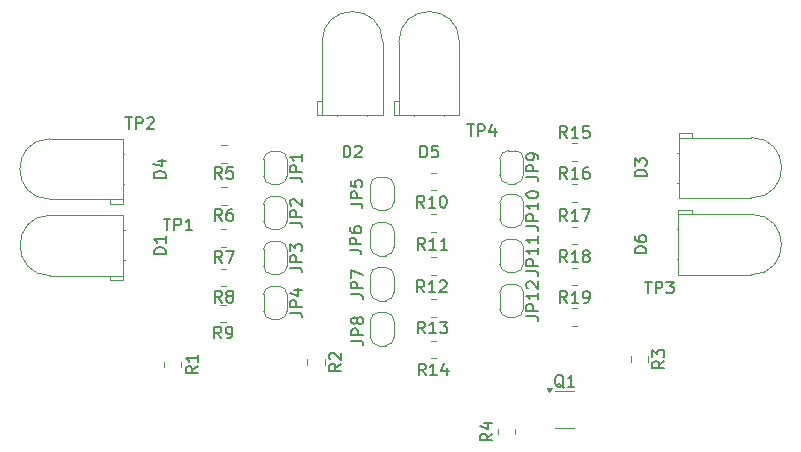
<source format=gbr>
%TF.GenerationSoftware,KiCad,Pcbnew,8.0.0*%
%TF.CreationDate,2024-03-23T10:43:56+02:00*%
%TF.ProjectId,Sensing systemV3,53656e73-696e-4672-9073-797374656d56,rev?*%
%TF.SameCoordinates,Original*%
%TF.FileFunction,Legend,Top*%
%TF.FilePolarity,Positive*%
%FSLAX46Y46*%
G04 Gerber Fmt 4.6, Leading zero omitted, Abs format (unit mm)*
G04 Created by KiCad (PCBNEW 8.0.0) date 2024-03-23 10:43:56*
%MOMM*%
%LPD*%
G01*
G04 APERTURE LIST*
%ADD10C,0.150000*%
%ADD11C,0.120000*%
G04 APERTURE END LIST*
D10*
X63693922Y-78981419D02*
X64265350Y-78981419D01*
X63979636Y-79981419D02*
X63979636Y-78981419D01*
X64598684Y-79981419D02*
X64598684Y-78981419D01*
X64598684Y-78981419D02*
X64979636Y-78981419D01*
X64979636Y-78981419D02*
X65074874Y-79029038D01*
X65074874Y-79029038D02*
X65122493Y-79076657D01*
X65122493Y-79076657D02*
X65170112Y-79171895D01*
X65170112Y-79171895D02*
X65170112Y-79314752D01*
X65170112Y-79314752D02*
X65122493Y-79409990D01*
X65122493Y-79409990D02*
X65074874Y-79457609D01*
X65074874Y-79457609D02*
X64979636Y-79505228D01*
X64979636Y-79505228D02*
X64598684Y-79505228D01*
X66122493Y-79981419D02*
X65551065Y-79981419D01*
X65836779Y-79981419D02*
X65836779Y-78981419D01*
X65836779Y-78981419D02*
X65741541Y-79124276D01*
X65741541Y-79124276D02*
X65646303Y-79219514D01*
X65646303Y-79219514D02*
X65551065Y-79267133D01*
X89398722Y-71005819D02*
X89970150Y-71005819D01*
X89684436Y-72005819D02*
X89684436Y-71005819D01*
X90303484Y-72005819D02*
X90303484Y-71005819D01*
X90303484Y-71005819D02*
X90684436Y-71005819D01*
X90684436Y-71005819D02*
X90779674Y-71053438D01*
X90779674Y-71053438D02*
X90827293Y-71101057D01*
X90827293Y-71101057D02*
X90874912Y-71196295D01*
X90874912Y-71196295D02*
X90874912Y-71339152D01*
X90874912Y-71339152D02*
X90827293Y-71434390D01*
X90827293Y-71434390D02*
X90779674Y-71482009D01*
X90779674Y-71482009D02*
X90684436Y-71529628D01*
X90684436Y-71529628D02*
X90303484Y-71529628D01*
X91732055Y-71339152D02*
X91732055Y-72005819D01*
X91493960Y-70958200D02*
X91255865Y-71672485D01*
X91255865Y-71672485D02*
X91874912Y-71672485D01*
X104435522Y-84315419D02*
X105006950Y-84315419D01*
X104721236Y-85315419D02*
X104721236Y-84315419D01*
X105340284Y-85315419D02*
X105340284Y-84315419D01*
X105340284Y-84315419D02*
X105721236Y-84315419D01*
X105721236Y-84315419D02*
X105816474Y-84363038D01*
X105816474Y-84363038D02*
X105864093Y-84410657D01*
X105864093Y-84410657D02*
X105911712Y-84505895D01*
X105911712Y-84505895D02*
X105911712Y-84648752D01*
X105911712Y-84648752D02*
X105864093Y-84743990D01*
X105864093Y-84743990D02*
X105816474Y-84791609D01*
X105816474Y-84791609D02*
X105721236Y-84839228D01*
X105721236Y-84839228D02*
X105340284Y-84839228D01*
X106245046Y-84315419D02*
X106864093Y-84315419D01*
X106864093Y-84315419D02*
X106530760Y-84696371D01*
X106530760Y-84696371D02*
X106673617Y-84696371D01*
X106673617Y-84696371D02*
X106768855Y-84743990D01*
X106768855Y-84743990D02*
X106816474Y-84791609D01*
X106816474Y-84791609D02*
X106864093Y-84886847D01*
X106864093Y-84886847D02*
X106864093Y-85124942D01*
X106864093Y-85124942D02*
X106816474Y-85220180D01*
X106816474Y-85220180D02*
X106768855Y-85267800D01*
X106768855Y-85267800D02*
X106673617Y-85315419D01*
X106673617Y-85315419D02*
X106387903Y-85315419D01*
X106387903Y-85315419D02*
X106292665Y-85267800D01*
X106292665Y-85267800D02*
X106245046Y-85220180D01*
X60442722Y-70396219D02*
X61014150Y-70396219D01*
X60728436Y-71396219D02*
X60728436Y-70396219D01*
X61347484Y-71396219D02*
X61347484Y-70396219D01*
X61347484Y-70396219D02*
X61728436Y-70396219D01*
X61728436Y-70396219D02*
X61823674Y-70443838D01*
X61823674Y-70443838D02*
X61871293Y-70491457D01*
X61871293Y-70491457D02*
X61918912Y-70586695D01*
X61918912Y-70586695D02*
X61918912Y-70729552D01*
X61918912Y-70729552D02*
X61871293Y-70824790D01*
X61871293Y-70824790D02*
X61823674Y-70872409D01*
X61823674Y-70872409D02*
X61728436Y-70920028D01*
X61728436Y-70920028D02*
X61347484Y-70920028D01*
X62299865Y-70491457D02*
X62347484Y-70443838D01*
X62347484Y-70443838D02*
X62442722Y-70396219D01*
X62442722Y-70396219D02*
X62680817Y-70396219D01*
X62680817Y-70396219D02*
X62776055Y-70443838D01*
X62776055Y-70443838D02*
X62823674Y-70491457D01*
X62823674Y-70491457D02*
X62871293Y-70586695D01*
X62871293Y-70586695D02*
X62871293Y-70681933D01*
X62871293Y-70681933D02*
X62823674Y-70824790D01*
X62823674Y-70824790D02*
X62252246Y-71396219D01*
X62252246Y-71396219D02*
X62871293Y-71396219D01*
X68615833Y-86084819D02*
X68282500Y-85608628D01*
X68044405Y-86084819D02*
X68044405Y-85084819D01*
X68044405Y-85084819D02*
X68425357Y-85084819D01*
X68425357Y-85084819D02*
X68520595Y-85132438D01*
X68520595Y-85132438D02*
X68568214Y-85180057D01*
X68568214Y-85180057D02*
X68615833Y-85275295D01*
X68615833Y-85275295D02*
X68615833Y-85418152D01*
X68615833Y-85418152D02*
X68568214Y-85513390D01*
X68568214Y-85513390D02*
X68520595Y-85561009D01*
X68520595Y-85561009D02*
X68425357Y-85608628D01*
X68425357Y-85608628D02*
X68044405Y-85608628D01*
X69187262Y-85513390D02*
X69092024Y-85465771D01*
X69092024Y-85465771D02*
X69044405Y-85418152D01*
X69044405Y-85418152D02*
X68996786Y-85322914D01*
X68996786Y-85322914D02*
X68996786Y-85275295D01*
X68996786Y-85275295D02*
X69044405Y-85180057D01*
X69044405Y-85180057D02*
X69092024Y-85132438D01*
X69092024Y-85132438D02*
X69187262Y-85084819D01*
X69187262Y-85084819D02*
X69377738Y-85084819D01*
X69377738Y-85084819D02*
X69472976Y-85132438D01*
X69472976Y-85132438D02*
X69520595Y-85180057D01*
X69520595Y-85180057D02*
X69568214Y-85275295D01*
X69568214Y-85275295D02*
X69568214Y-85322914D01*
X69568214Y-85322914D02*
X69520595Y-85418152D01*
X69520595Y-85418152D02*
X69472976Y-85465771D01*
X69472976Y-85465771D02*
X69377738Y-85513390D01*
X69377738Y-85513390D02*
X69187262Y-85513390D01*
X69187262Y-85513390D02*
X69092024Y-85561009D01*
X69092024Y-85561009D02*
X69044405Y-85608628D01*
X69044405Y-85608628D02*
X68996786Y-85703866D01*
X68996786Y-85703866D02*
X68996786Y-85894342D01*
X68996786Y-85894342D02*
X69044405Y-85989580D01*
X69044405Y-85989580D02*
X69092024Y-86037200D01*
X69092024Y-86037200D02*
X69187262Y-86084819D01*
X69187262Y-86084819D02*
X69377738Y-86084819D01*
X69377738Y-86084819D02*
X69472976Y-86037200D01*
X69472976Y-86037200D02*
X69520595Y-85989580D01*
X69520595Y-85989580D02*
X69568214Y-85894342D01*
X69568214Y-85894342D02*
X69568214Y-85703866D01*
X69568214Y-85703866D02*
X69520595Y-85608628D01*
X69520595Y-85608628D02*
X69472976Y-85561009D01*
X69472976Y-85561009D02*
X69377738Y-85513390D01*
X78704819Y-91279166D02*
X78228628Y-91612499D01*
X78704819Y-91850594D02*
X77704819Y-91850594D01*
X77704819Y-91850594D02*
X77704819Y-91469642D01*
X77704819Y-91469642D02*
X77752438Y-91374404D01*
X77752438Y-91374404D02*
X77800057Y-91326785D01*
X77800057Y-91326785D02*
X77895295Y-91279166D01*
X77895295Y-91279166D02*
X78038152Y-91279166D01*
X78038152Y-91279166D02*
X78133390Y-91326785D01*
X78133390Y-91326785D02*
X78181009Y-91374404D01*
X78181009Y-91374404D02*
X78228628Y-91469642D01*
X78228628Y-91469642D02*
X78228628Y-91850594D01*
X77800057Y-90898213D02*
X77752438Y-90850594D01*
X77752438Y-90850594D02*
X77704819Y-90755356D01*
X77704819Y-90755356D02*
X77704819Y-90517261D01*
X77704819Y-90517261D02*
X77752438Y-90422023D01*
X77752438Y-90422023D02*
X77800057Y-90374404D01*
X77800057Y-90374404D02*
X77895295Y-90326785D01*
X77895295Y-90326785D02*
X77990533Y-90326785D01*
X77990533Y-90326785D02*
X78133390Y-90374404D01*
X78133390Y-90374404D02*
X78704819Y-90945832D01*
X78704819Y-90945832D02*
X78704819Y-90326785D01*
X74406819Y-86933333D02*
X75121104Y-86933333D01*
X75121104Y-86933333D02*
X75263961Y-86980952D01*
X75263961Y-86980952D02*
X75359200Y-87076190D01*
X75359200Y-87076190D02*
X75406819Y-87219047D01*
X75406819Y-87219047D02*
X75406819Y-87314285D01*
X75406819Y-86457142D02*
X74406819Y-86457142D01*
X74406819Y-86457142D02*
X74406819Y-86076190D01*
X74406819Y-86076190D02*
X74454438Y-85980952D01*
X74454438Y-85980952D02*
X74502057Y-85933333D01*
X74502057Y-85933333D02*
X74597295Y-85885714D01*
X74597295Y-85885714D02*
X74740152Y-85885714D01*
X74740152Y-85885714D02*
X74835390Y-85933333D01*
X74835390Y-85933333D02*
X74883009Y-85980952D01*
X74883009Y-85980952D02*
X74930628Y-86076190D01*
X74930628Y-86076190D02*
X74930628Y-86457142D01*
X74740152Y-85028571D02*
X75406819Y-85028571D01*
X74359200Y-85266666D02*
X75073485Y-85504761D01*
X75073485Y-85504761D02*
X75073485Y-84885714D01*
X74406819Y-75503333D02*
X75121104Y-75503333D01*
X75121104Y-75503333D02*
X75263961Y-75550952D01*
X75263961Y-75550952D02*
X75359200Y-75646190D01*
X75359200Y-75646190D02*
X75406819Y-75789047D01*
X75406819Y-75789047D02*
X75406819Y-75884285D01*
X75406819Y-75027142D02*
X74406819Y-75027142D01*
X74406819Y-75027142D02*
X74406819Y-74646190D01*
X74406819Y-74646190D02*
X74454438Y-74550952D01*
X74454438Y-74550952D02*
X74502057Y-74503333D01*
X74502057Y-74503333D02*
X74597295Y-74455714D01*
X74597295Y-74455714D02*
X74740152Y-74455714D01*
X74740152Y-74455714D02*
X74835390Y-74503333D01*
X74835390Y-74503333D02*
X74883009Y-74550952D01*
X74883009Y-74550952D02*
X74930628Y-74646190D01*
X74930628Y-74646190D02*
X74930628Y-75027142D01*
X75406819Y-73503333D02*
X75406819Y-74074761D01*
X75406819Y-73789047D02*
X74406819Y-73789047D01*
X74406819Y-73789047D02*
X74549676Y-73884285D01*
X74549676Y-73884285D02*
X74644914Y-73979523D01*
X74644914Y-73979523D02*
X74692533Y-74074761D01*
X97844042Y-75608019D02*
X97510709Y-75131828D01*
X97272614Y-75608019D02*
X97272614Y-74608019D01*
X97272614Y-74608019D02*
X97653566Y-74608019D01*
X97653566Y-74608019D02*
X97748804Y-74655638D01*
X97748804Y-74655638D02*
X97796423Y-74703257D01*
X97796423Y-74703257D02*
X97844042Y-74798495D01*
X97844042Y-74798495D02*
X97844042Y-74941352D01*
X97844042Y-74941352D02*
X97796423Y-75036590D01*
X97796423Y-75036590D02*
X97748804Y-75084209D01*
X97748804Y-75084209D02*
X97653566Y-75131828D01*
X97653566Y-75131828D02*
X97272614Y-75131828D01*
X98796423Y-75608019D02*
X98224995Y-75608019D01*
X98510709Y-75608019D02*
X98510709Y-74608019D01*
X98510709Y-74608019D02*
X98415471Y-74750876D01*
X98415471Y-74750876D02*
X98320233Y-74846114D01*
X98320233Y-74846114D02*
X98224995Y-74893733D01*
X99653566Y-74608019D02*
X99463090Y-74608019D01*
X99463090Y-74608019D02*
X99367852Y-74655638D01*
X99367852Y-74655638D02*
X99320233Y-74703257D01*
X99320233Y-74703257D02*
X99224995Y-74846114D01*
X99224995Y-74846114D02*
X99177376Y-75036590D01*
X99177376Y-75036590D02*
X99177376Y-75417542D01*
X99177376Y-75417542D02*
X99224995Y-75512780D01*
X99224995Y-75512780D02*
X99272614Y-75560400D01*
X99272614Y-75560400D02*
X99367852Y-75608019D01*
X99367852Y-75608019D02*
X99558328Y-75608019D01*
X99558328Y-75608019D02*
X99653566Y-75560400D01*
X99653566Y-75560400D02*
X99701185Y-75512780D01*
X99701185Y-75512780D02*
X99748804Y-75417542D01*
X99748804Y-75417542D02*
X99748804Y-75179447D01*
X99748804Y-75179447D02*
X99701185Y-75084209D01*
X99701185Y-75084209D02*
X99653566Y-75036590D01*
X99653566Y-75036590D02*
X99558328Y-74988971D01*
X99558328Y-74988971D02*
X99367852Y-74988971D01*
X99367852Y-74988971D02*
X99272614Y-75036590D01*
X99272614Y-75036590D02*
X99224995Y-75084209D01*
X99224995Y-75084209D02*
X99177376Y-75179447D01*
X85869542Y-92250419D02*
X85536209Y-91774228D01*
X85298114Y-92250419D02*
X85298114Y-91250419D01*
X85298114Y-91250419D02*
X85679066Y-91250419D01*
X85679066Y-91250419D02*
X85774304Y-91298038D01*
X85774304Y-91298038D02*
X85821923Y-91345657D01*
X85821923Y-91345657D02*
X85869542Y-91440895D01*
X85869542Y-91440895D02*
X85869542Y-91583752D01*
X85869542Y-91583752D02*
X85821923Y-91678990D01*
X85821923Y-91678990D02*
X85774304Y-91726609D01*
X85774304Y-91726609D02*
X85679066Y-91774228D01*
X85679066Y-91774228D02*
X85298114Y-91774228D01*
X86821923Y-92250419D02*
X86250495Y-92250419D01*
X86536209Y-92250419D02*
X86536209Y-91250419D01*
X86536209Y-91250419D02*
X86440971Y-91393276D01*
X86440971Y-91393276D02*
X86345733Y-91488514D01*
X86345733Y-91488514D02*
X86250495Y-91536133D01*
X87679066Y-91583752D02*
X87679066Y-92250419D01*
X87440971Y-91202800D02*
X87202876Y-91917085D01*
X87202876Y-91917085D02*
X87821923Y-91917085D01*
X94407719Y-87242723D02*
X95122004Y-87242723D01*
X95122004Y-87242723D02*
X95264861Y-87290342D01*
X95264861Y-87290342D02*
X95360100Y-87385580D01*
X95360100Y-87385580D02*
X95407719Y-87528437D01*
X95407719Y-87528437D02*
X95407719Y-87623675D01*
X95407719Y-86766532D02*
X94407719Y-86766532D01*
X94407719Y-86766532D02*
X94407719Y-86385580D01*
X94407719Y-86385580D02*
X94455338Y-86290342D01*
X94455338Y-86290342D02*
X94502957Y-86242723D01*
X94502957Y-86242723D02*
X94598195Y-86195104D01*
X94598195Y-86195104D02*
X94741052Y-86195104D01*
X94741052Y-86195104D02*
X94836290Y-86242723D01*
X94836290Y-86242723D02*
X94883909Y-86290342D01*
X94883909Y-86290342D02*
X94931528Y-86385580D01*
X94931528Y-86385580D02*
X94931528Y-86766532D01*
X95407719Y-85242723D02*
X95407719Y-85814151D01*
X95407719Y-85528437D02*
X94407719Y-85528437D01*
X94407719Y-85528437D02*
X94550576Y-85623675D01*
X94550576Y-85623675D02*
X94645814Y-85718913D01*
X94645814Y-85718913D02*
X94693433Y-85814151D01*
X94502957Y-84861770D02*
X94455338Y-84814151D01*
X94455338Y-84814151D02*
X94407719Y-84718913D01*
X94407719Y-84718913D02*
X94407719Y-84480818D01*
X94407719Y-84480818D02*
X94455338Y-84385580D01*
X94455338Y-84385580D02*
X94502957Y-84337961D01*
X94502957Y-84337961D02*
X94598195Y-84290342D01*
X94598195Y-84290342D02*
X94693433Y-84290342D01*
X94693433Y-84290342D02*
X94836290Y-84337961D01*
X94836290Y-84337961D02*
X95407719Y-84909389D01*
X95407719Y-84909389D02*
X95407719Y-84290342D01*
X106076219Y-91035966D02*
X105600028Y-91369299D01*
X106076219Y-91607394D02*
X105076219Y-91607394D01*
X105076219Y-91607394D02*
X105076219Y-91226442D01*
X105076219Y-91226442D02*
X105123838Y-91131204D01*
X105123838Y-91131204D02*
X105171457Y-91083585D01*
X105171457Y-91083585D02*
X105266695Y-91035966D01*
X105266695Y-91035966D02*
X105409552Y-91035966D01*
X105409552Y-91035966D02*
X105504790Y-91083585D01*
X105504790Y-91083585D02*
X105552409Y-91131204D01*
X105552409Y-91131204D02*
X105600028Y-91226442D01*
X105600028Y-91226442D02*
X105600028Y-91607394D01*
X105076219Y-90702632D02*
X105076219Y-90083585D01*
X105076219Y-90083585D02*
X105457171Y-90416918D01*
X105457171Y-90416918D02*
X105457171Y-90274061D01*
X105457171Y-90274061D02*
X105504790Y-90178823D01*
X105504790Y-90178823D02*
X105552409Y-90131204D01*
X105552409Y-90131204D02*
X105647647Y-90083585D01*
X105647647Y-90083585D02*
X105885742Y-90083585D01*
X105885742Y-90083585D02*
X105980980Y-90131204D01*
X105980980Y-90131204D02*
X106028600Y-90178823D01*
X106028600Y-90178823D02*
X106076219Y-90274061D01*
X106076219Y-90274061D02*
X106076219Y-90559775D01*
X106076219Y-90559775D02*
X106028600Y-90655013D01*
X106028600Y-90655013D02*
X105980980Y-90702632D01*
X74406819Y-79313333D02*
X75121104Y-79313333D01*
X75121104Y-79313333D02*
X75263961Y-79360952D01*
X75263961Y-79360952D02*
X75359200Y-79456190D01*
X75359200Y-79456190D02*
X75406819Y-79599047D01*
X75406819Y-79599047D02*
X75406819Y-79694285D01*
X75406819Y-78837142D02*
X74406819Y-78837142D01*
X74406819Y-78837142D02*
X74406819Y-78456190D01*
X74406819Y-78456190D02*
X74454438Y-78360952D01*
X74454438Y-78360952D02*
X74502057Y-78313333D01*
X74502057Y-78313333D02*
X74597295Y-78265714D01*
X74597295Y-78265714D02*
X74740152Y-78265714D01*
X74740152Y-78265714D02*
X74835390Y-78313333D01*
X74835390Y-78313333D02*
X74883009Y-78360952D01*
X74883009Y-78360952D02*
X74930628Y-78456190D01*
X74930628Y-78456190D02*
X74930628Y-78837142D01*
X74502057Y-77884761D02*
X74454438Y-77837142D01*
X74454438Y-77837142D02*
X74406819Y-77741904D01*
X74406819Y-77741904D02*
X74406819Y-77503809D01*
X74406819Y-77503809D02*
X74454438Y-77408571D01*
X74454438Y-77408571D02*
X74502057Y-77360952D01*
X74502057Y-77360952D02*
X74597295Y-77313333D01*
X74597295Y-77313333D02*
X74692533Y-77313333D01*
X74692533Y-77313333D02*
X74835390Y-77360952D01*
X74835390Y-77360952D02*
X75406819Y-77932380D01*
X75406819Y-77932380D02*
X75406819Y-77313333D01*
X66569019Y-91477766D02*
X66092828Y-91811099D01*
X66569019Y-92049194D02*
X65569019Y-92049194D01*
X65569019Y-92049194D02*
X65569019Y-91668242D01*
X65569019Y-91668242D02*
X65616638Y-91573004D01*
X65616638Y-91573004D02*
X65664257Y-91525385D01*
X65664257Y-91525385D02*
X65759495Y-91477766D01*
X65759495Y-91477766D02*
X65902352Y-91477766D01*
X65902352Y-91477766D02*
X65997590Y-91525385D01*
X65997590Y-91525385D02*
X66045209Y-91573004D01*
X66045209Y-91573004D02*
X66092828Y-91668242D01*
X66092828Y-91668242D02*
X66092828Y-92049194D01*
X66569019Y-90525385D02*
X66569019Y-91096813D01*
X66569019Y-90811099D02*
X65569019Y-90811099D01*
X65569019Y-90811099D02*
X65711876Y-90906337D01*
X65711876Y-90906337D02*
X65807114Y-91001575D01*
X65807114Y-91001575D02*
X65854733Y-91096813D01*
X78926905Y-73788819D02*
X78926905Y-72788819D01*
X78926905Y-72788819D02*
X79165000Y-72788819D01*
X79165000Y-72788819D02*
X79307857Y-72836438D01*
X79307857Y-72836438D02*
X79403095Y-72931676D01*
X79403095Y-72931676D02*
X79450714Y-73026914D01*
X79450714Y-73026914D02*
X79498333Y-73217390D01*
X79498333Y-73217390D02*
X79498333Y-73360247D01*
X79498333Y-73360247D02*
X79450714Y-73550723D01*
X79450714Y-73550723D02*
X79403095Y-73645961D01*
X79403095Y-73645961D02*
X79307857Y-73741200D01*
X79307857Y-73741200D02*
X79165000Y-73788819D01*
X79165000Y-73788819D02*
X78926905Y-73788819D01*
X79879286Y-72884057D02*
X79926905Y-72836438D01*
X79926905Y-72836438D02*
X80022143Y-72788819D01*
X80022143Y-72788819D02*
X80260238Y-72788819D01*
X80260238Y-72788819D02*
X80355476Y-72836438D01*
X80355476Y-72836438D02*
X80403095Y-72884057D01*
X80403095Y-72884057D02*
X80450714Y-72979295D01*
X80450714Y-72979295D02*
X80450714Y-73074533D01*
X80450714Y-73074533D02*
X80403095Y-73217390D01*
X80403095Y-73217390D02*
X79831667Y-73788819D01*
X79831667Y-73788819D02*
X80450714Y-73788819D01*
X74406819Y-83123333D02*
X75121104Y-83123333D01*
X75121104Y-83123333D02*
X75263961Y-83170952D01*
X75263961Y-83170952D02*
X75359200Y-83266190D01*
X75359200Y-83266190D02*
X75406819Y-83409047D01*
X75406819Y-83409047D02*
X75406819Y-83504285D01*
X75406819Y-82647142D02*
X74406819Y-82647142D01*
X74406819Y-82647142D02*
X74406819Y-82266190D01*
X74406819Y-82266190D02*
X74454438Y-82170952D01*
X74454438Y-82170952D02*
X74502057Y-82123333D01*
X74502057Y-82123333D02*
X74597295Y-82075714D01*
X74597295Y-82075714D02*
X74740152Y-82075714D01*
X74740152Y-82075714D02*
X74835390Y-82123333D01*
X74835390Y-82123333D02*
X74883009Y-82170952D01*
X74883009Y-82170952D02*
X74930628Y-82266190D01*
X74930628Y-82266190D02*
X74930628Y-82647142D01*
X74406819Y-81742380D02*
X74406819Y-81123333D01*
X74406819Y-81123333D02*
X74787771Y-81456666D01*
X74787771Y-81456666D02*
X74787771Y-81313809D01*
X74787771Y-81313809D02*
X74835390Y-81218571D01*
X74835390Y-81218571D02*
X74883009Y-81170952D01*
X74883009Y-81170952D02*
X74978247Y-81123333D01*
X74978247Y-81123333D02*
X75216342Y-81123333D01*
X75216342Y-81123333D02*
X75311580Y-81170952D01*
X75311580Y-81170952D02*
X75359200Y-81218571D01*
X75359200Y-81218571D02*
X75406819Y-81313809D01*
X75406819Y-81313809D02*
X75406819Y-81599523D01*
X75406819Y-81599523D02*
X75359200Y-81694761D01*
X75359200Y-81694761D02*
X75311580Y-81742380D01*
X94407719Y-79622723D02*
X95122004Y-79622723D01*
X95122004Y-79622723D02*
X95264861Y-79670342D01*
X95264861Y-79670342D02*
X95360100Y-79765580D01*
X95360100Y-79765580D02*
X95407719Y-79908437D01*
X95407719Y-79908437D02*
X95407719Y-80003675D01*
X95407719Y-79146532D02*
X94407719Y-79146532D01*
X94407719Y-79146532D02*
X94407719Y-78765580D01*
X94407719Y-78765580D02*
X94455338Y-78670342D01*
X94455338Y-78670342D02*
X94502957Y-78622723D01*
X94502957Y-78622723D02*
X94598195Y-78575104D01*
X94598195Y-78575104D02*
X94741052Y-78575104D01*
X94741052Y-78575104D02*
X94836290Y-78622723D01*
X94836290Y-78622723D02*
X94883909Y-78670342D01*
X94883909Y-78670342D02*
X94931528Y-78765580D01*
X94931528Y-78765580D02*
X94931528Y-79146532D01*
X95407719Y-77622723D02*
X95407719Y-78194151D01*
X95407719Y-77908437D02*
X94407719Y-77908437D01*
X94407719Y-77908437D02*
X94550576Y-78003675D01*
X94550576Y-78003675D02*
X94645814Y-78098913D01*
X94645814Y-78098913D02*
X94693433Y-78194151D01*
X94407719Y-77003675D02*
X94407719Y-76908437D01*
X94407719Y-76908437D02*
X94455338Y-76813199D01*
X94455338Y-76813199D02*
X94502957Y-76765580D01*
X94502957Y-76765580D02*
X94598195Y-76717961D01*
X94598195Y-76717961D02*
X94788671Y-76670342D01*
X94788671Y-76670342D02*
X95026766Y-76670342D01*
X95026766Y-76670342D02*
X95217242Y-76717961D01*
X95217242Y-76717961D02*
X95312480Y-76765580D01*
X95312480Y-76765580D02*
X95360100Y-76813199D01*
X95360100Y-76813199D02*
X95407719Y-76908437D01*
X95407719Y-76908437D02*
X95407719Y-77003675D01*
X95407719Y-77003675D02*
X95360100Y-77098913D01*
X95360100Y-77098913D02*
X95312480Y-77146532D01*
X95312480Y-77146532D02*
X95217242Y-77194151D01*
X95217242Y-77194151D02*
X95026766Y-77241770D01*
X95026766Y-77241770D02*
X94788671Y-77241770D01*
X94788671Y-77241770D02*
X94598195Y-77194151D01*
X94598195Y-77194151D02*
X94502957Y-77146532D01*
X94502957Y-77146532D02*
X94455338Y-77098913D01*
X94455338Y-77098913D02*
X94407719Y-77003675D01*
X85431905Y-73793419D02*
X85431905Y-72793419D01*
X85431905Y-72793419D02*
X85670000Y-72793419D01*
X85670000Y-72793419D02*
X85812857Y-72841038D01*
X85812857Y-72841038D02*
X85908095Y-72936276D01*
X85908095Y-72936276D02*
X85955714Y-73031514D01*
X85955714Y-73031514D02*
X86003333Y-73221990D01*
X86003333Y-73221990D02*
X86003333Y-73364847D01*
X86003333Y-73364847D02*
X85955714Y-73555323D01*
X85955714Y-73555323D02*
X85908095Y-73650561D01*
X85908095Y-73650561D02*
X85812857Y-73745800D01*
X85812857Y-73745800D02*
X85670000Y-73793419D01*
X85670000Y-73793419D02*
X85431905Y-73793419D01*
X86908095Y-72793419D02*
X86431905Y-72793419D01*
X86431905Y-72793419D02*
X86384286Y-73269609D01*
X86384286Y-73269609D02*
X86431905Y-73221990D01*
X86431905Y-73221990D02*
X86527143Y-73174371D01*
X86527143Y-73174371D02*
X86765238Y-73174371D01*
X86765238Y-73174371D02*
X86860476Y-73221990D01*
X86860476Y-73221990D02*
X86908095Y-73269609D01*
X86908095Y-73269609D02*
X86955714Y-73364847D01*
X86955714Y-73364847D02*
X86955714Y-73602942D01*
X86955714Y-73602942D02*
X86908095Y-73698180D01*
X86908095Y-73698180D02*
X86860476Y-73745800D01*
X86860476Y-73745800D02*
X86765238Y-73793419D01*
X86765238Y-73793419D02*
X86527143Y-73793419D01*
X86527143Y-73793419D02*
X86431905Y-73745800D01*
X86431905Y-73745800D02*
X86384286Y-73698180D01*
X104565219Y-81906494D02*
X103565219Y-81906494D01*
X103565219Y-81906494D02*
X103565219Y-81668399D01*
X103565219Y-81668399D02*
X103612838Y-81525542D01*
X103612838Y-81525542D02*
X103708076Y-81430304D01*
X103708076Y-81430304D02*
X103803314Y-81382685D01*
X103803314Y-81382685D02*
X103993790Y-81335066D01*
X103993790Y-81335066D02*
X104136647Y-81335066D01*
X104136647Y-81335066D02*
X104327123Y-81382685D01*
X104327123Y-81382685D02*
X104422361Y-81430304D01*
X104422361Y-81430304D02*
X104517600Y-81525542D01*
X104517600Y-81525542D02*
X104565219Y-81668399D01*
X104565219Y-81668399D02*
X104565219Y-81906494D01*
X103565219Y-80477923D02*
X103565219Y-80668399D01*
X103565219Y-80668399D02*
X103612838Y-80763637D01*
X103612838Y-80763637D02*
X103660457Y-80811256D01*
X103660457Y-80811256D02*
X103803314Y-80906494D01*
X103803314Y-80906494D02*
X103993790Y-80954113D01*
X103993790Y-80954113D02*
X104374742Y-80954113D01*
X104374742Y-80954113D02*
X104469980Y-80906494D01*
X104469980Y-80906494D02*
X104517600Y-80858875D01*
X104517600Y-80858875D02*
X104565219Y-80763637D01*
X104565219Y-80763637D02*
X104565219Y-80573161D01*
X104565219Y-80573161D02*
X104517600Y-80477923D01*
X104517600Y-80477923D02*
X104469980Y-80430304D01*
X104469980Y-80430304D02*
X104374742Y-80382685D01*
X104374742Y-80382685D02*
X104136647Y-80382685D01*
X104136647Y-80382685D02*
X104041409Y-80430304D01*
X104041409Y-80430304D02*
X103993790Y-80477923D01*
X103993790Y-80477923D02*
X103946171Y-80573161D01*
X103946171Y-80573161D02*
X103946171Y-80763637D01*
X103946171Y-80763637D02*
X103993790Y-80858875D01*
X103993790Y-80858875D02*
X104041409Y-80906494D01*
X104041409Y-80906494D02*
X104136647Y-80954113D01*
X85818742Y-88694419D02*
X85485409Y-88218228D01*
X85247314Y-88694419D02*
X85247314Y-87694419D01*
X85247314Y-87694419D02*
X85628266Y-87694419D01*
X85628266Y-87694419D02*
X85723504Y-87742038D01*
X85723504Y-87742038D02*
X85771123Y-87789657D01*
X85771123Y-87789657D02*
X85818742Y-87884895D01*
X85818742Y-87884895D02*
X85818742Y-88027752D01*
X85818742Y-88027752D02*
X85771123Y-88122990D01*
X85771123Y-88122990D02*
X85723504Y-88170609D01*
X85723504Y-88170609D02*
X85628266Y-88218228D01*
X85628266Y-88218228D02*
X85247314Y-88218228D01*
X86771123Y-88694419D02*
X86199695Y-88694419D01*
X86485409Y-88694419D02*
X86485409Y-87694419D01*
X86485409Y-87694419D02*
X86390171Y-87837276D01*
X86390171Y-87837276D02*
X86294933Y-87932514D01*
X86294933Y-87932514D02*
X86199695Y-87980133D01*
X87104457Y-87694419D02*
X87723504Y-87694419D01*
X87723504Y-87694419D02*
X87390171Y-88075371D01*
X87390171Y-88075371D02*
X87533028Y-88075371D01*
X87533028Y-88075371D02*
X87628266Y-88122990D01*
X87628266Y-88122990D02*
X87675885Y-88170609D01*
X87675885Y-88170609D02*
X87723504Y-88265847D01*
X87723504Y-88265847D02*
X87723504Y-88503942D01*
X87723504Y-88503942D02*
X87675885Y-88599180D01*
X87675885Y-88599180D02*
X87628266Y-88646800D01*
X87628266Y-88646800D02*
X87533028Y-88694419D01*
X87533028Y-88694419D02*
X87247314Y-88694419D01*
X87247314Y-88694419D02*
X87152076Y-88646800D01*
X87152076Y-88646800D02*
X87104457Y-88599180D01*
X97844042Y-79204019D02*
X97510709Y-78727828D01*
X97272614Y-79204019D02*
X97272614Y-78204019D01*
X97272614Y-78204019D02*
X97653566Y-78204019D01*
X97653566Y-78204019D02*
X97748804Y-78251638D01*
X97748804Y-78251638D02*
X97796423Y-78299257D01*
X97796423Y-78299257D02*
X97844042Y-78394495D01*
X97844042Y-78394495D02*
X97844042Y-78537352D01*
X97844042Y-78537352D02*
X97796423Y-78632590D01*
X97796423Y-78632590D02*
X97748804Y-78680209D01*
X97748804Y-78680209D02*
X97653566Y-78727828D01*
X97653566Y-78727828D02*
X97272614Y-78727828D01*
X98796423Y-79204019D02*
X98224995Y-79204019D01*
X98510709Y-79204019D02*
X98510709Y-78204019D01*
X98510709Y-78204019D02*
X98415471Y-78346876D01*
X98415471Y-78346876D02*
X98320233Y-78442114D01*
X98320233Y-78442114D02*
X98224995Y-78489733D01*
X99129757Y-78204019D02*
X99796423Y-78204019D01*
X99796423Y-78204019D02*
X99367852Y-79204019D01*
X79591819Y-89326933D02*
X80306104Y-89326933D01*
X80306104Y-89326933D02*
X80448961Y-89374552D01*
X80448961Y-89374552D02*
X80544200Y-89469790D01*
X80544200Y-89469790D02*
X80591819Y-89612647D01*
X80591819Y-89612647D02*
X80591819Y-89707885D01*
X80591819Y-88850742D02*
X79591819Y-88850742D01*
X79591819Y-88850742D02*
X79591819Y-88469790D01*
X79591819Y-88469790D02*
X79639438Y-88374552D01*
X79639438Y-88374552D02*
X79687057Y-88326933D01*
X79687057Y-88326933D02*
X79782295Y-88279314D01*
X79782295Y-88279314D02*
X79925152Y-88279314D01*
X79925152Y-88279314D02*
X80020390Y-88326933D01*
X80020390Y-88326933D02*
X80068009Y-88374552D01*
X80068009Y-88374552D02*
X80115628Y-88469790D01*
X80115628Y-88469790D02*
X80115628Y-88850742D01*
X80020390Y-87707885D02*
X79972771Y-87803123D01*
X79972771Y-87803123D02*
X79925152Y-87850742D01*
X79925152Y-87850742D02*
X79829914Y-87898361D01*
X79829914Y-87898361D02*
X79782295Y-87898361D01*
X79782295Y-87898361D02*
X79687057Y-87850742D01*
X79687057Y-87850742D02*
X79639438Y-87803123D01*
X79639438Y-87803123D02*
X79591819Y-87707885D01*
X79591819Y-87707885D02*
X79591819Y-87517409D01*
X79591819Y-87517409D02*
X79639438Y-87422171D01*
X79639438Y-87422171D02*
X79687057Y-87374552D01*
X79687057Y-87374552D02*
X79782295Y-87326933D01*
X79782295Y-87326933D02*
X79829914Y-87326933D01*
X79829914Y-87326933D02*
X79925152Y-87374552D01*
X79925152Y-87374552D02*
X79972771Y-87422171D01*
X79972771Y-87422171D02*
X80020390Y-87517409D01*
X80020390Y-87517409D02*
X80020390Y-87707885D01*
X80020390Y-87707885D02*
X80068009Y-87803123D01*
X80068009Y-87803123D02*
X80115628Y-87850742D01*
X80115628Y-87850742D02*
X80210866Y-87898361D01*
X80210866Y-87898361D02*
X80401342Y-87898361D01*
X80401342Y-87898361D02*
X80496580Y-87850742D01*
X80496580Y-87850742D02*
X80544200Y-87803123D01*
X80544200Y-87803123D02*
X80591819Y-87707885D01*
X80591819Y-87707885D02*
X80591819Y-87517409D01*
X80591819Y-87517409D02*
X80544200Y-87422171D01*
X80544200Y-87422171D02*
X80496580Y-87374552D01*
X80496580Y-87374552D02*
X80401342Y-87326933D01*
X80401342Y-87326933D02*
X80210866Y-87326933D01*
X80210866Y-87326933D02*
X80115628Y-87374552D01*
X80115628Y-87374552D02*
X80068009Y-87422171D01*
X80068009Y-87422171D02*
X80020390Y-87517409D01*
X85742542Y-78051819D02*
X85409209Y-77575628D01*
X85171114Y-78051819D02*
X85171114Y-77051819D01*
X85171114Y-77051819D02*
X85552066Y-77051819D01*
X85552066Y-77051819D02*
X85647304Y-77099438D01*
X85647304Y-77099438D02*
X85694923Y-77147057D01*
X85694923Y-77147057D02*
X85742542Y-77242295D01*
X85742542Y-77242295D02*
X85742542Y-77385152D01*
X85742542Y-77385152D02*
X85694923Y-77480390D01*
X85694923Y-77480390D02*
X85647304Y-77528009D01*
X85647304Y-77528009D02*
X85552066Y-77575628D01*
X85552066Y-77575628D02*
X85171114Y-77575628D01*
X86694923Y-78051819D02*
X86123495Y-78051819D01*
X86409209Y-78051819D02*
X86409209Y-77051819D01*
X86409209Y-77051819D02*
X86313971Y-77194676D01*
X86313971Y-77194676D02*
X86218733Y-77289914D01*
X86218733Y-77289914D02*
X86123495Y-77337533D01*
X87313971Y-77051819D02*
X87409209Y-77051819D01*
X87409209Y-77051819D02*
X87504447Y-77099438D01*
X87504447Y-77099438D02*
X87552066Y-77147057D01*
X87552066Y-77147057D02*
X87599685Y-77242295D01*
X87599685Y-77242295D02*
X87647304Y-77432771D01*
X87647304Y-77432771D02*
X87647304Y-77670866D01*
X87647304Y-77670866D02*
X87599685Y-77861342D01*
X87599685Y-77861342D02*
X87552066Y-77956580D01*
X87552066Y-77956580D02*
X87504447Y-78004200D01*
X87504447Y-78004200D02*
X87409209Y-78051819D01*
X87409209Y-78051819D02*
X87313971Y-78051819D01*
X87313971Y-78051819D02*
X87218733Y-78004200D01*
X87218733Y-78004200D02*
X87171114Y-77956580D01*
X87171114Y-77956580D02*
X87123495Y-77861342D01*
X87123495Y-77861342D02*
X87075876Y-77670866D01*
X87075876Y-77670866D02*
X87075876Y-77432771D01*
X87075876Y-77432771D02*
X87123495Y-77242295D01*
X87123495Y-77242295D02*
X87171114Y-77147057D01*
X87171114Y-77147057D02*
X87218733Y-77099438D01*
X87218733Y-77099438D02*
X87313971Y-77051819D01*
X79439419Y-81630733D02*
X80153704Y-81630733D01*
X80153704Y-81630733D02*
X80296561Y-81678352D01*
X80296561Y-81678352D02*
X80391800Y-81773590D01*
X80391800Y-81773590D02*
X80439419Y-81916447D01*
X80439419Y-81916447D02*
X80439419Y-82011685D01*
X80439419Y-81154542D02*
X79439419Y-81154542D01*
X79439419Y-81154542D02*
X79439419Y-80773590D01*
X79439419Y-80773590D02*
X79487038Y-80678352D01*
X79487038Y-80678352D02*
X79534657Y-80630733D01*
X79534657Y-80630733D02*
X79629895Y-80583114D01*
X79629895Y-80583114D02*
X79772752Y-80583114D01*
X79772752Y-80583114D02*
X79867990Y-80630733D01*
X79867990Y-80630733D02*
X79915609Y-80678352D01*
X79915609Y-80678352D02*
X79963228Y-80773590D01*
X79963228Y-80773590D02*
X79963228Y-81154542D01*
X79439419Y-79725971D02*
X79439419Y-79916447D01*
X79439419Y-79916447D02*
X79487038Y-80011685D01*
X79487038Y-80011685D02*
X79534657Y-80059304D01*
X79534657Y-80059304D02*
X79677514Y-80154542D01*
X79677514Y-80154542D02*
X79867990Y-80202161D01*
X79867990Y-80202161D02*
X80248942Y-80202161D01*
X80248942Y-80202161D02*
X80344180Y-80154542D01*
X80344180Y-80154542D02*
X80391800Y-80106923D01*
X80391800Y-80106923D02*
X80439419Y-80011685D01*
X80439419Y-80011685D02*
X80439419Y-79821209D01*
X80439419Y-79821209D02*
X80391800Y-79725971D01*
X80391800Y-79725971D02*
X80344180Y-79678352D01*
X80344180Y-79678352D02*
X80248942Y-79630733D01*
X80248942Y-79630733D02*
X80010847Y-79630733D01*
X80010847Y-79630733D02*
X79915609Y-79678352D01*
X79915609Y-79678352D02*
X79867990Y-79725971D01*
X79867990Y-79725971D02*
X79820371Y-79821209D01*
X79820371Y-79821209D02*
X79820371Y-80011685D01*
X79820371Y-80011685D02*
X79867990Y-80106923D01*
X79867990Y-80106923D02*
X79915609Y-80154542D01*
X79915609Y-80154542D02*
X80010847Y-80202161D01*
X97844042Y-72150019D02*
X97510709Y-71673828D01*
X97272614Y-72150019D02*
X97272614Y-71150019D01*
X97272614Y-71150019D02*
X97653566Y-71150019D01*
X97653566Y-71150019D02*
X97748804Y-71197638D01*
X97748804Y-71197638D02*
X97796423Y-71245257D01*
X97796423Y-71245257D02*
X97844042Y-71340495D01*
X97844042Y-71340495D02*
X97844042Y-71483352D01*
X97844042Y-71483352D02*
X97796423Y-71578590D01*
X97796423Y-71578590D02*
X97748804Y-71626209D01*
X97748804Y-71626209D02*
X97653566Y-71673828D01*
X97653566Y-71673828D02*
X97272614Y-71673828D01*
X98796423Y-72150019D02*
X98224995Y-72150019D01*
X98510709Y-72150019D02*
X98510709Y-71150019D01*
X98510709Y-71150019D02*
X98415471Y-71292876D01*
X98415471Y-71292876D02*
X98320233Y-71388114D01*
X98320233Y-71388114D02*
X98224995Y-71435733D01*
X99701185Y-71150019D02*
X99224995Y-71150019D01*
X99224995Y-71150019D02*
X99177376Y-71626209D01*
X99177376Y-71626209D02*
X99224995Y-71578590D01*
X99224995Y-71578590D02*
X99320233Y-71530971D01*
X99320233Y-71530971D02*
X99558328Y-71530971D01*
X99558328Y-71530971D02*
X99653566Y-71578590D01*
X99653566Y-71578590D02*
X99701185Y-71626209D01*
X99701185Y-71626209D02*
X99748804Y-71721447D01*
X99748804Y-71721447D02*
X99748804Y-71959542D01*
X99748804Y-71959542D02*
X99701185Y-72054780D01*
X99701185Y-72054780D02*
X99653566Y-72102400D01*
X99653566Y-72102400D02*
X99558328Y-72150019D01*
X99558328Y-72150019D02*
X99320233Y-72150019D01*
X99320233Y-72150019D02*
X99224995Y-72102400D01*
X99224995Y-72102400D02*
X99177376Y-72054780D01*
X79515619Y-77719133D02*
X80229904Y-77719133D01*
X80229904Y-77719133D02*
X80372761Y-77766752D01*
X80372761Y-77766752D02*
X80468000Y-77861990D01*
X80468000Y-77861990D02*
X80515619Y-78004847D01*
X80515619Y-78004847D02*
X80515619Y-78100085D01*
X80515619Y-77242942D02*
X79515619Y-77242942D01*
X79515619Y-77242942D02*
X79515619Y-76861990D01*
X79515619Y-76861990D02*
X79563238Y-76766752D01*
X79563238Y-76766752D02*
X79610857Y-76719133D01*
X79610857Y-76719133D02*
X79706095Y-76671514D01*
X79706095Y-76671514D02*
X79848952Y-76671514D01*
X79848952Y-76671514D02*
X79944190Y-76719133D01*
X79944190Y-76719133D02*
X79991809Y-76766752D01*
X79991809Y-76766752D02*
X80039428Y-76861990D01*
X80039428Y-76861990D02*
X80039428Y-77242942D01*
X79515619Y-75766752D02*
X79515619Y-76242942D01*
X79515619Y-76242942D02*
X79991809Y-76290561D01*
X79991809Y-76290561D02*
X79944190Y-76242942D01*
X79944190Y-76242942D02*
X79896571Y-76147704D01*
X79896571Y-76147704D02*
X79896571Y-75909609D01*
X79896571Y-75909609D02*
X79944190Y-75814371D01*
X79944190Y-75814371D02*
X79991809Y-75766752D01*
X79991809Y-75766752D02*
X80087047Y-75719133D01*
X80087047Y-75719133D02*
X80325142Y-75719133D01*
X80325142Y-75719133D02*
X80420380Y-75766752D01*
X80420380Y-75766752D02*
X80468000Y-75814371D01*
X80468000Y-75814371D02*
X80515619Y-75909609D01*
X80515619Y-75909609D02*
X80515619Y-76147704D01*
X80515619Y-76147704D02*
X80468000Y-76242942D01*
X80468000Y-76242942D02*
X80420380Y-76290561D01*
X68557833Y-89124819D02*
X68224500Y-88648628D01*
X67986405Y-89124819D02*
X67986405Y-88124819D01*
X67986405Y-88124819D02*
X68367357Y-88124819D01*
X68367357Y-88124819D02*
X68462595Y-88172438D01*
X68462595Y-88172438D02*
X68510214Y-88220057D01*
X68510214Y-88220057D02*
X68557833Y-88315295D01*
X68557833Y-88315295D02*
X68557833Y-88458152D01*
X68557833Y-88458152D02*
X68510214Y-88553390D01*
X68510214Y-88553390D02*
X68462595Y-88601009D01*
X68462595Y-88601009D02*
X68367357Y-88648628D01*
X68367357Y-88648628D02*
X67986405Y-88648628D01*
X69034024Y-89124819D02*
X69224500Y-89124819D01*
X69224500Y-89124819D02*
X69319738Y-89077200D01*
X69319738Y-89077200D02*
X69367357Y-89029580D01*
X69367357Y-89029580D02*
X69462595Y-88886723D01*
X69462595Y-88886723D02*
X69510214Y-88696247D01*
X69510214Y-88696247D02*
X69510214Y-88315295D01*
X69510214Y-88315295D02*
X69462595Y-88220057D01*
X69462595Y-88220057D02*
X69414976Y-88172438D01*
X69414976Y-88172438D02*
X69319738Y-88124819D01*
X69319738Y-88124819D02*
X69129262Y-88124819D01*
X69129262Y-88124819D02*
X69034024Y-88172438D01*
X69034024Y-88172438D02*
X68986405Y-88220057D01*
X68986405Y-88220057D02*
X68938786Y-88315295D01*
X68938786Y-88315295D02*
X68938786Y-88553390D01*
X68938786Y-88553390D02*
X68986405Y-88648628D01*
X68986405Y-88648628D02*
X69034024Y-88696247D01*
X69034024Y-88696247D02*
X69129262Y-88743866D01*
X69129262Y-88743866D02*
X69319738Y-88743866D01*
X69319738Y-88743866D02*
X69414976Y-88696247D01*
X69414976Y-88696247D02*
X69462595Y-88648628D01*
X69462595Y-88648628D02*
X69510214Y-88553390D01*
X68619833Y-79160819D02*
X68286500Y-78684628D01*
X68048405Y-79160819D02*
X68048405Y-78160819D01*
X68048405Y-78160819D02*
X68429357Y-78160819D01*
X68429357Y-78160819D02*
X68524595Y-78208438D01*
X68524595Y-78208438D02*
X68572214Y-78256057D01*
X68572214Y-78256057D02*
X68619833Y-78351295D01*
X68619833Y-78351295D02*
X68619833Y-78494152D01*
X68619833Y-78494152D02*
X68572214Y-78589390D01*
X68572214Y-78589390D02*
X68524595Y-78637009D01*
X68524595Y-78637009D02*
X68429357Y-78684628D01*
X68429357Y-78684628D02*
X68048405Y-78684628D01*
X69476976Y-78160819D02*
X69286500Y-78160819D01*
X69286500Y-78160819D02*
X69191262Y-78208438D01*
X69191262Y-78208438D02*
X69143643Y-78256057D01*
X69143643Y-78256057D02*
X69048405Y-78398914D01*
X69048405Y-78398914D02*
X69000786Y-78589390D01*
X69000786Y-78589390D02*
X69000786Y-78970342D01*
X69000786Y-78970342D02*
X69048405Y-79065580D01*
X69048405Y-79065580D02*
X69096024Y-79113200D01*
X69096024Y-79113200D02*
X69191262Y-79160819D01*
X69191262Y-79160819D02*
X69381738Y-79160819D01*
X69381738Y-79160819D02*
X69476976Y-79113200D01*
X69476976Y-79113200D02*
X69524595Y-79065580D01*
X69524595Y-79065580D02*
X69572214Y-78970342D01*
X69572214Y-78970342D02*
X69572214Y-78732247D01*
X69572214Y-78732247D02*
X69524595Y-78637009D01*
X69524595Y-78637009D02*
X69476976Y-78589390D01*
X69476976Y-78589390D02*
X69381738Y-78541771D01*
X69381738Y-78541771D02*
X69191262Y-78541771D01*
X69191262Y-78541771D02*
X69096024Y-78589390D01*
X69096024Y-78589390D02*
X69048405Y-78637009D01*
X69048405Y-78637009D02*
X69000786Y-78732247D01*
X97562261Y-93300057D02*
X97467023Y-93252438D01*
X97467023Y-93252438D02*
X97371785Y-93157200D01*
X97371785Y-93157200D02*
X97228928Y-93014342D01*
X97228928Y-93014342D02*
X97133690Y-92966723D01*
X97133690Y-92966723D02*
X97038452Y-92966723D01*
X97086071Y-93204819D02*
X96990833Y-93157200D01*
X96990833Y-93157200D02*
X96895595Y-93061961D01*
X96895595Y-93061961D02*
X96847976Y-92871485D01*
X96847976Y-92871485D02*
X96847976Y-92538152D01*
X96847976Y-92538152D02*
X96895595Y-92347676D01*
X96895595Y-92347676D02*
X96990833Y-92252438D01*
X96990833Y-92252438D02*
X97086071Y-92204819D01*
X97086071Y-92204819D02*
X97276547Y-92204819D01*
X97276547Y-92204819D02*
X97371785Y-92252438D01*
X97371785Y-92252438D02*
X97467023Y-92347676D01*
X97467023Y-92347676D02*
X97514642Y-92538152D01*
X97514642Y-92538152D02*
X97514642Y-92871485D01*
X97514642Y-92871485D02*
X97467023Y-93061961D01*
X97467023Y-93061961D02*
X97371785Y-93157200D01*
X97371785Y-93157200D02*
X97276547Y-93204819D01*
X97276547Y-93204819D02*
X97086071Y-93204819D01*
X98467023Y-93204819D02*
X97895595Y-93204819D01*
X98181309Y-93204819D02*
X98181309Y-92204819D01*
X98181309Y-92204819D02*
X98086071Y-92347676D01*
X98086071Y-92347676D02*
X97990833Y-92442914D01*
X97990833Y-92442914D02*
X97895595Y-92490533D01*
X63856419Y-75515694D02*
X62856419Y-75515694D01*
X62856419Y-75515694D02*
X62856419Y-75277599D01*
X62856419Y-75277599D02*
X62904038Y-75134742D01*
X62904038Y-75134742D02*
X62999276Y-75039504D01*
X62999276Y-75039504D02*
X63094514Y-74991885D01*
X63094514Y-74991885D02*
X63284990Y-74944266D01*
X63284990Y-74944266D02*
X63427847Y-74944266D01*
X63427847Y-74944266D02*
X63618323Y-74991885D01*
X63618323Y-74991885D02*
X63713561Y-75039504D01*
X63713561Y-75039504D02*
X63808800Y-75134742D01*
X63808800Y-75134742D02*
X63856419Y-75277599D01*
X63856419Y-75277599D02*
X63856419Y-75515694D01*
X63189752Y-74087123D02*
X63856419Y-74087123D01*
X62808800Y-74325218D02*
X63523085Y-74563313D01*
X63523085Y-74563313D02*
X63523085Y-73944266D01*
X94407719Y-75448533D02*
X95122004Y-75448533D01*
X95122004Y-75448533D02*
X95264861Y-75496152D01*
X95264861Y-75496152D02*
X95360100Y-75591390D01*
X95360100Y-75591390D02*
X95407719Y-75734247D01*
X95407719Y-75734247D02*
X95407719Y-75829485D01*
X95407719Y-74972342D02*
X94407719Y-74972342D01*
X94407719Y-74972342D02*
X94407719Y-74591390D01*
X94407719Y-74591390D02*
X94455338Y-74496152D01*
X94455338Y-74496152D02*
X94502957Y-74448533D01*
X94502957Y-74448533D02*
X94598195Y-74400914D01*
X94598195Y-74400914D02*
X94741052Y-74400914D01*
X94741052Y-74400914D02*
X94836290Y-74448533D01*
X94836290Y-74448533D02*
X94883909Y-74496152D01*
X94883909Y-74496152D02*
X94931528Y-74591390D01*
X94931528Y-74591390D02*
X94931528Y-74972342D01*
X95407719Y-73924723D02*
X95407719Y-73734247D01*
X95407719Y-73734247D02*
X95360100Y-73639009D01*
X95360100Y-73639009D02*
X95312480Y-73591390D01*
X95312480Y-73591390D02*
X95169623Y-73496152D01*
X95169623Y-73496152D02*
X94979147Y-73448533D01*
X94979147Y-73448533D02*
X94598195Y-73448533D01*
X94598195Y-73448533D02*
X94502957Y-73496152D01*
X94502957Y-73496152D02*
X94455338Y-73543771D01*
X94455338Y-73543771D02*
X94407719Y-73639009D01*
X94407719Y-73639009D02*
X94407719Y-73829485D01*
X94407719Y-73829485D02*
X94455338Y-73924723D01*
X94455338Y-73924723D02*
X94502957Y-73972342D01*
X94502957Y-73972342D02*
X94598195Y-74019961D01*
X94598195Y-74019961D02*
X94836290Y-74019961D01*
X94836290Y-74019961D02*
X94931528Y-73972342D01*
X94931528Y-73972342D02*
X94979147Y-73924723D01*
X94979147Y-73924723D02*
X95026766Y-73829485D01*
X95026766Y-73829485D02*
X95026766Y-73639009D01*
X95026766Y-73639009D02*
X94979147Y-73543771D01*
X94979147Y-73543771D02*
X94931528Y-73496152D01*
X94931528Y-73496152D02*
X94836290Y-73448533D01*
X97844042Y-82662019D02*
X97510709Y-82185828D01*
X97272614Y-82662019D02*
X97272614Y-81662019D01*
X97272614Y-81662019D02*
X97653566Y-81662019D01*
X97653566Y-81662019D02*
X97748804Y-81709638D01*
X97748804Y-81709638D02*
X97796423Y-81757257D01*
X97796423Y-81757257D02*
X97844042Y-81852495D01*
X97844042Y-81852495D02*
X97844042Y-81995352D01*
X97844042Y-81995352D02*
X97796423Y-82090590D01*
X97796423Y-82090590D02*
X97748804Y-82138209D01*
X97748804Y-82138209D02*
X97653566Y-82185828D01*
X97653566Y-82185828D02*
X97272614Y-82185828D01*
X98796423Y-82662019D02*
X98224995Y-82662019D01*
X98510709Y-82662019D02*
X98510709Y-81662019D01*
X98510709Y-81662019D02*
X98415471Y-81804876D01*
X98415471Y-81804876D02*
X98320233Y-81900114D01*
X98320233Y-81900114D02*
X98224995Y-81947733D01*
X99367852Y-82090590D02*
X99272614Y-82042971D01*
X99272614Y-82042971D02*
X99224995Y-81995352D01*
X99224995Y-81995352D02*
X99177376Y-81900114D01*
X99177376Y-81900114D02*
X99177376Y-81852495D01*
X99177376Y-81852495D02*
X99224995Y-81757257D01*
X99224995Y-81757257D02*
X99272614Y-81709638D01*
X99272614Y-81709638D02*
X99367852Y-81662019D01*
X99367852Y-81662019D02*
X99558328Y-81662019D01*
X99558328Y-81662019D02*
X99653566Y-81709638D01*
X99653566Y-81709638D02*
X99701185Y-81757257D01*
X99701185Y-81757257D02*
X99748804Y-81852495D01*
X99748804Y-81852495D02*
X99748804Y-81900114D01*
X99748804Y-81900114D02*
X99701185Y-81995352D01*
X99701185Y-81995352D02*
X99653566Y-82042971D01*
X99653566Y-82042971D02*
X99558328Y-82090590D01*
X99558328Y-82090590D02*
X99367852Y-82090590D01*
X99367852Y-82090590D02*
X99272614Y-82138209D01*
X99272614Y-82138209D02*
X99224995Y-82185828D01*
X99224995Y-82185828D02*
X99177376Y-82281066D01*
X99177376Y-82281066D02*
X99177376Y-82471542D01*
X99177376Y-82471542D02*
X99224995Y-82566780D01*
X99224995Y-82566780D02*
X99272614Y-82614400D01*
X99272614Y-82614400D02*
X99367852Y-82662019D01*
X99367852Y-82662019D02*
X99558328Y-82662019D01*
X99558328Y-82662019D02*
X99653566Y-82614400D01*
X99653566Y-82614400D02*
X99701185Y-82566780D01*
X99701185Y-82566780D02*
X99748804Y-82471542D01*
X99748804Y-82471542D02*
X99748804Y-82281066D01*
X99748804Y-82281066D02*
X99701185Y-82185828D01*
X99701185Y-82185828D02*
X99653566Y-82138209D01*
X99653566Y-82138209D02*
X99558328Y-82090590D01*
X94407719Y-83432723D02*
X95122004Y-83432723D01*
X95122004Y-83432723D02*
X95264861Y-83480342D01*
X95264861Y-83480342D02*
X95360100Y-83575580D01*
X95360100Y-83575580D02*
X95407719Y-83718437D01*
X95407719Y-83718437D02*
X95407719Y-83813675D01*
X95407719Y-82956532D02*
X94407719Y-82956532D01*
X94407719Y-82956532D02*
X94407719Y-82575580D01*
X94407719Y-82575580D02*
X94455338Y-82480342D01*
X94455338Y-82480342D02*
X94502957Y-82432723D01*
X94502957Y-82432723D02*
X94598195Y-82385104D01*
X94598195Y-82385104D02*
X94741052Y-82385104D01*
X94741052Y-82385104D02*
X94836290Y-82432723D01*
X94836290Y-82432723D02*
X94883909Y-82480342D01*
X94883909Y-82480342D02*
X94931528Y-82575580D01*
X94931528Y-82575580D02*
X94931528Y-82956532D01*
X95407719Y-81432723D02*
X95407719Y-82004151D01*
X95407719Y-81718437D02*
X94407719Y-81718437D01*
X94407719Y-81718437D02*
X94550576Y-81813675D01*
X94550576Y-81813675D02*
X94645814Y-81908913D01*
X94645814Y-81908913D02*
X94693433Y-82004151D01*
X95407719Y-80480342D02*
X95407719Y-81051770D01*
X95407719Y-80766056D02*
X94407719Y-80766056D01*
X94407719Y-80766056D02*
X94550576Y-80861294D01*
X94550576Y-80861294D02*
X94645814Y-80956532D01*
X94645814Y-80956532D02*
X94693433Y-81051770D01*
X85818742Y-81607819D02*
X85485409Y-81131628D01*
X85247314Y-81607819D02*
X85247314Y-80607819D01*
X85247314Y-80607819D02*
X85628266Y-80607819D01*
X85628266Y-80607819D02*
X85723504Y-80655438D01*
X85723504Y-80655438D02*
X85771123Y-80703057D01*
X85771123Y-80703057D02*
X85818742Y-80798295D01*
X85818742Y-80798295D02*
X85818742Y-80941152D01*
X85818742Y-80941152D02*
X85771123Y-81036390D01*
X85771123Y-81036390D02*
X85723504Y-81084009D01*
X85723504Y-81084009D02*
X85628266Y-81131628D01*
X85628266Y-81131628D02*
X85247314Y-81131628D01*
X86771123Y-81607819D02*
X86199695Y-81607819D01*
X86485409Y-81607819D02*
X86485409Y-80607819D01*
X86485409Y-80607819D02*
X86390171Y-80750676D01*
X86390171Y-80750676D02*
X86294933Y-80845914D01*
X86294933Y-80845914D02*
X86199695Y-80893533D01*
X87723504Y-81607819D02*
X87152076Y-81607819D01*
X87437790Y-81607819D02*
X87437790Y-80607819D01*
X87437790Y-80607819D02*
X87342552Y-80750676D01*
X87342552Y-80750676D02*
X87247314Y-80845914D01*
X87247314Y-80845914D02*
X87152076Y-80893533D01*
X85742542Y-85214619D02*
X85409209Y-84738428D01*
X85171114Y-85214619D02*
X85171114Y-84214619D01*
X85171114Y-84214619D02*
X85552066Y-84214619D01*
X85552066Y-84214619D02*
X85647304Y-84262238D01*
X85647304Y-84262238D02*
X85694923Y-84309857D01*
X85694923Y-84309857D02*
X85742542Y-84405095D01*
X85742542Y-84405095D02*
X85742542Y-84547952D01*
X85742542Y-84547952D02*
X85694923Y-84643190D01*
X85694923Y-84643190D02*
X85647304Y-84690809D01*
X85647304Y-84690809D02*
X85552066Y-84738428D01*
X85552066Y-84738428D02*
X85171114Y-84738428D01*
X86694923Y-85214619D02*
X86123495Y-85214619D01*
X86409209Y-85214619D02*
X86409209Y-84214619D01*
X86409209Y-84214619D02*
X86313971Y-84357476D01*
X86313971Y-84357476D02*
X86218733Y-84452714D01*
X86218733Y-84452714D02*
X86123495Y-84500333D01*
X87075876Y-84309857D02*
X87123495Y-84262238D01*
X87123495Y-84262238D02*
X87218733Y-84214619D01*
X87218733Y-84214619D02*
X87456828Y-84214619D01*
X87456828Y-84214619D02*
X87552066Y-84262238D01*
X87552066Y-84262238D02*
X87599685Y-84309857D01*
X87599685Y-84309857D02*
X87647304Y-84405095D01*
X87647304Y-84405095D02*
X87647304Y-84500333D01*
X87647304Y-84500333D02*
X87599685Y-84643190D01*
X87599685Y-84643190D02*
X87028257Y-85214619D01*
X87028257Y-85214619D02*
X87647304Y-85214619D01*
X79541019Y-85364533D02*
X80255304Y-85364533D01*
X80255304Y-85364533D02*
X80398161Y-85412152D01*
X80398161Y-85412152D02*
X80493400Y-85507390D01*
X80493400Y-85507390D02*
X80541019Y-85650247D01*
X80541019Y-85650247D02*
X80541019Y-85745485D01*
X80541019Y-84888342D02*
X79541019Y-84888342D01*
X79541019Y-84888342D02*
X79541019Y-84507390D01*
X79541019Y-84507390D02*
X79588638Y-84412152D01*
X79588638Y-84412152D02*
X79636257Y-84364533D01*
X79636257Y-84364533D02*
X79731495Y-84316914D01*
X79731495Y-84316914D02*
X79874352Y-84316914D01*
X79874352Y-84316914D02*
X79969590Y-84364533D01*
X79969590Y-84364533D02*
X80017209Y-84412152D01*
X80017209Y-84412152D02*
X80064828Y-84507390D01*
X80064828Y-84507390D02*
X80064828Y-84888342D01*
X79541019Y-83983580D02*
X79541019Y-83316914D01*
X79541019Y-83316914D02*
X80541019Y-83745485D01*
X91504819Y-97179166D02*
X91028628Y-97512499D01*
X91504819Y-97750594D02*
X90504819Y-97750594D01*
X90504819Y-97750594D02*
X90504819Y-97369642D01*
X90504819Y-97369642D02*
X90552438Y-97274404D01*
X90552438Y-97274404D02*
X90600057Y-97226785D01*
X90600057Y-97226785D02*
X90695295Y-97179166D01*
X90695295Y-97179166D02*
X90838152Y-97179166D01*
X90838152Y-97179166D02*
X90933390Y-97226785D01*
X90933390Y-97226785D02*
X90981009Y-97274404D01*
X90981009Y-97274404D02*
X91028628Y-97369642D01*
X91028628Y-97369642D02*
X91028628Y-97750594D01*
X90838152Y-96322023D02*
X91504819Y-96322023D01*
X90457200Y-96560118D02*
X91171485Y-96798213D01*
X91171485Y-96798213D02*
X91171485Y-96179166D01*
X97844042Y-86120019D02*
X97510709Y-85643828D01*
X97272614Y-86120019D02*
X97272614Y-85120019D01*
X97272614Y-85120019D02*
X97653566Y-85120019D01*
X97653566Y-85120019D02*
X97748804Y-85167638D01*
X97748804Y-85167638D02*
X97796423Y-85215257D01*
X97796423Y-85215257D02*
X97844042Y-85310495D01*
X97844042Y-85310495D02*
X97844042Y-85453352D01*
X97844042Y-85453352D02*
X97796423Y-85548590D01*
X97796423Y-85548590D02*
X97748804Y-85596209D01*
X97748804Y-85596209D02*
X97653566Y-85643828D01*
X97653566Y-85643828D02*
X97272614Y-85643828D01*
X98796423Y-86120019D02*
X98224995Y-86120019D01*
X98510709Y-86120019D02*
X98510709Y-85120019D01*
X98510709Y-85120019D02*
X98415471Y-85262876D01*
X98415471Y-85262876D02*
X98320233Y-85358114D01*
X98320233Y-85358114D02*
X98224995Y-85405733D01*
X99272614Y-86120019D02*
X99463090Y-86120019D01*
X99463090Y-86120019D02*
X99558328Y-86072400D01*
X99558328Y-86072400D02*
X99605947Y-86024780D01*
X99605947Y-86024780D02*
X99701185Y-85881923D01*
X99701185Y-85881923D02*
X99748804Y-85691447D01*
X99748804Y-85691447D02*
X99748804Y-85310495D01*
X99748804Y-85310495D02*
X99701185Y-85215257D01*
X99701185Y-85215257D02*
X99653566Y-85167638D01*
X99653566Y-85167638D02*
X99558328Y-85120019D01*
X99558328Y-85120019D02*
X99367852Y-85120019D01*
X99367852Y-85120019D02*
X99272614Y-85167638D01*
X99272614Y-85167638D02*
X99224995Y-85215257D01*
X99224995Y-85215257D02*
X99177376Y-85310495D01*
X99177376Y-85310495D02*
X99177376Y-85548590D01*
X99177376Y-85548590D02*
X99224995Y-85643828D01*
X99224995Y-85643828D02*
X99272614Y-85691447D01*
X99272614Y-85691447D02*
X99367852Y-85739066D01*
X99367852Y-85739066D02*
X99558328Y-85739066D01*
X99558328Y-85739066D02*
X99653566Y-85691447D01*
X99653566Y-85691447D02*
X99701185Y-85643828D01*
X99701185Y-85643828D02*
X99748804Y-85548590D01*
X68615833Y-82716819D02*
X68282500Y-82240628D01*
X68044405Y-82716819D02*
X68044405Y-81716819D01*
X68044405Y-81716819D02*
X68425357Y-81716819D01*
X68425357Y-81716819D02*
X68520595Y-81764438D01*
X68520595Y-81764438D02*
X68568214Y-81812057D01*
X68568214Y-81812057D02*
X68615833Y-81907295D01*
X68615833Y-81907295D02*
X68615833Y-82050152D01*
X68615833Y-82050152D02*
X68568214Y-82145390D01*
X68568214Y-82145390D02*
X68520595Y-82193009D01*
X68520595Y-82193009D02*
X68425357Y-82240628D01*
X68425357Y-82240628D02*
X68044405Y-82240628D01*
X68949167Y-81716819D02*
X69615833Y-81716819D01*
X69615833Y-81716819D02*
X69187262Y-82716819D01*
X68619833Y-75604819D02*
X68286500Y-75128628D01*
X68048405Y-75604819D02*
X68048405Y-74604819D01*
X68048405Y-74604819D02*
X68429357Y-74604819D01*
X68429357Y-74604819D02*
X68524595Y-74652438D01*
X68524595Y-74652438D02*
X68572214Y-74700057D01*
X68572214Y-74700057D02*
X68619833Y-74795295D01*
X68619833Y-74795295D02*
X68619833Y-74938152D01*
X68619833Y-74938152D02*
X68572214Y-75033390D01*
X68572214Y-75033390D02*
X68524595Y-75081009D01*
X68524595Y-75081009D02*
X68429357Y-75128628D01*
X68429357Y-75128628D02*
X68048405Y-75128628D01*
X69524595Y-74604819D02*
X69048405Y-74604819D01*
X69048405Y-74604819D02*
X69000786Y-75081009D01*
X69000786Y-75081009D02*
X69048405Y-75033390D01*
X69048405Y-75033390D02*
X69143643Y-74985771D01*
X69143643Y-74985771D02*
X69381738Y-74985771D01*
X69381738Y-74985771D02*
X69476976Y-75033390D01*
X69476976Y-75033390D02*
X69524595Y-75081009D01*
X69524595Y-75081009D02*
X69572214Y-75176247D01*
X69572214Y-75176247D02*
X69572214Y-75414342D01*
X69572214Y-75414342D02*
X69524595Y-75509580D01*
X69524595Y-75509580D02*
X69476976Y-75557200D01*
X69476976Y-75557200D02*
X69381738Y-75604819D01*
X69381738Y-75604819D02*
X69143643Y-75604819D01*
X69143643Y-75604819D02*
X69048405Y-75557200D01*
X69048405Y-75557200D02*
X69000786Y-75509580D01*
X63882819Y-81980094D02*
X62882819Y-81980094D01*
X62882819Y-81980094D02*
X62882819Y-81741999D01*
X62882819Y-81741999D02*
X62930438Y-81599142D01*
X62930438Y-81599142D02*
X63025676Y-81503904D01*
X63025676Y-81503904D02*
X63120914Y-81456285D01*
X63120914Y-81456285D02*
X63311390Y-81408666D01*
X63311390Y-81408666D02*
X63454247Y-81408666D01*
X63454247Y-81408666D02*
X63644723Y-81456285D01*
X63644723Y-81456285D02*
X63739961Y-81503904D01*
X63739961Y-81503904D02*
X63835200Y-81599142D01*
X63835200Y-81599142D02*
X63882819Y-81741999D01*
X63882819Y-81741999D02*
X63882819Y-81980094D01*
X63882819Y-80456285D02*
X63882819Y-81027713D01*
X63882819Y-80741999D02*
X62882819Y-80741999D01*
X62882819Y-80741999D02*
X63025676Y-80837237D01*
X63025676Y-80837237D02*
X63120914Y-80932475D01*
X63120914Y-80932475D02*
X63168533Y-81027713D01*
X104573219Y-75407894D02*
X103573219Y-75407894D01*
X103573219Y-75407894D02*
X103573219Y-75169799D01*
X103573219Y-75169799D02*
X103620838Y-75026942D01*
X103620838Y-75026942D02*
X103716076Y-74931704D01*
X103716076Y-74931704D02*
X103811314Y-74884085D01*
X103811314Y-74884085D02*
X104001790Y-74836466D01*
X104001790Y-74836466D02*
X104144647Y-74836466D01*
X104144647Y-74836466D02*
X104335123Y-74884085D01*
X104335123Y-74884085D02*
X104430361Y-74931704D01*
X104430361Y-74931704D02*
X104525600Y-75026942D01*
X104525600Y-75026942D02*
X104573219Y-75169799D01*
X104573219Y-75169799D02*
X104573219Y-75407894D01*
X103573219Y-74503132D02*
X103573219Y-73884085D01*
X103573219Y-73884085D02*
X103954171Y-74217418D01*
X103954171Y-74217418D02*
X103954171Y-74074561D01*
X103954171Y-74074561D02*
X104001790Y-73979323D01*
X104001790Y-73979323D02*
X104049409Y-73931704D01*
X104049409Y-73931704D02*
X104144647Y-73884085D01*
X104144647Y-73884085D02*
X104382742Y-73884085D01*
X104382742Y-73884085D02*
X104477980Y-73931704D01*
X104477980Y-73931704D02*
X104525600Y-73979323D01*
X104525600Y-73979323D02*
X104573219Y-74074561D01*
X104573219Y-74074561D02*
X104573219Y-74360275D01*
X104573219Y-74360275D02*
X104525600Y-74455513D01*
X104525600Y-74455513D02*
X104477980Y-74503132D01*
D11*
%TO.C,R8*%
X69009564Y-84715000D02*
X68555436Y-84715000D01*
X69009564Y-83245000D02*
X68555436Y-83245000D01*
%TO.C,R2*%
X75865000Y-90885436D02*
X75865000Y-91339564D01*
X77335000Y-90885436D02*
X77335000Y-91339564D01*
%TO.C,JP4*%
X74152000Y-86800000D02*
G75*
G02*
X73452000Y-87500000I-700000J0D01*
G01*
X73452000Y-84700000D02*
G75*
G02*
X74152000Y-85400000I1J-699999D01*
G01*
X72852000Y-87500000D02*
G75*
G02*
X72152000Y-86800000I0J700000D01*
G01*
X72152000Y-85400000D02*
G75*
G02*
X72852000Y-84700000I699999J1D01*
G01*
X74152000Y-85400000D02*
X74152000Y-86800000D01*
X73452000Y-87500000D02*
X72852000Y-87500000D01*
X72852000Y-84700000D02*
X73452000Y-84700000D01*
X72152000Y-86800000D02*
X72152000Y-85400000D01*
%TO.C,JP1*%
X74152000Y-75370000D02*
G75*
G02*
X73452000Y-76070000I-700000J0D01*
G01*
X73452000Y-73270000D02*
G75*
G02*
X74152000Y-73970000I1J-699999D01*
G01*
X72852000Y-76070000D02*
G75*
G02*
X72152000Y-75370000I0J700000D01*
G01*
X72152000Y-73970000D02*
G75*
G02*
X72852000Y-73270000I699999J1D01*
G01*
X74152000Y-73970000D02*
X74152000Y-75370000D01*
X73452000Y-76070000D02*
X72852000Y-76070000D01*
X72852000Y-73270000D02*
X73452000Y-73270000D01*
X72152000Y-75370000D02*
X72152000Y-73970000D01*
%TO.C,R16*%
X98259836Y-76068200D02*
X98713964Y-76068200D01*
X98259836Y-77538200D02*
X98713964Y-77538200D01*
%TO.C,R14*%
X86285436Y-89315000D02*
X86739564Y-89315000D01*
X86285436Y-90785000D02*
X86739564Y-90785000D01*
%TO.C,JP12*%
X92152900Y-86633200D02*
X92152900Y-85233200D01*
X92852900Y-84533200D02*
X93452900Y-84533200D01*
X93452900Y-87333200D02*
X92852900Y-87333200D01*
X94152900Y-85233200D02*
X94152900Y-86633200D01*
X92152900Y-85233200D02*
G75*
G02*
X92852900Y-84533200I699999J1D01*
G01*
X92852900Y-87333200D02*
G75*
G02*
X92152900Y-86633200I0J700000D01*
G01*
X93452900Y-84533200D02*
G75*
G02*
X94152900Y-85233200I1J-699999D01*
G01*
X94152900Y-86633200D02*
G75*
G02*
X93452900Y-87333200I-700000J0D01*
G01*
%TO.C,R3*%
X103236400Y-90642236D02*
X103236400Y-91096364D01*
X104706400Y-90642236D02*
X104706400Y-91096364D01*
%TO.C,JP2*%
X74152000Y-79180000D02*
G75*
G02*
X73452000Y-79880000I-700000J0D01*
G01*
X73452000Y-77080000D02*
G75*
G02*
X74152000Y-77780000I1J-699999D01*
G01*
X72852000Y-79880000D02*
G75*
G02*
X72152000Y-79180000I0J700000D01*
G01*
X72152000Y-77780000D02*
G75*
G02*
X72852000Y-77080000I699999J1D01*
G01*
X74152000Y-77780000D02*
X74152000Y-79180000D01*
X73452000Y-79880000D02*
X72852000Y-79880000D01*
X72852000Y-77080000D02*
X73452000Y-77080000D01*
X72152000Y-79180000D02*
X72152000Y-77780000D01*
%TO.C,R1*%
X63729200Y-91084036D02*
X63729200Y-91538164D01*
X65199200Y-91084036D02*
X65199200Y-91538164D01*
%TO.C,D2*%
X76705000Y-69044000D02*
X77105000Y-69044000D01*
X76705000Y-70164000D02*
X76705000Y-69044000D01*
X77105000Y-69044000D02*
X77105000Y-70164000D01*
X77105000Y-70164000D02*
X76705000Y-70164000D01*
X77105000Y-70164000D02*
X77105000Y-64004000D01*
X78395000Y-70164000D02*
X78395000Y-70164000D01*
X78395000Y-70164000D02*
X78395000Y-70294000D01*
X78395000Y-70294000D02*
X78395000Y-70164000D01*
X78395000Y-70294000D02*
X78395000Y-70294000D01*
X80935000Y-70164000D02*
X80935000Y-70164000D01*
X80935000Y-70164000D02*
X80935000Y-70294000D01*
X80935000Y-70294000D02*
X80935000Y-70164000D01*
X80935000Y-70294000D02*
X80935000Y-70294000D01*
X82225000Y-70164000D02*
X77105000Y-70164000D01*
X82225000Y-70164000D02*
X82225000Y-64004000D01*
X77105000Y-64004000D02*
G75*
G02*
X82225000Y-64004000I2560000J0D01*
G01*
%TO.C,JP3*%
X74152000Y-82990000D02*
G75*
G02*
X73452000Y-83690000I-700000J0D01*
G01*
X73452000Y-80890000D02*
G75*
G02*
X74152000Y-81590000I1J-699999D01*
G01*
X72852000Y-83690000D02*
G75*
G02*
X72152000Y-82990000I0J700000D01*
G01*
X72152000Y-81590000D02*
G75*
G02*
X72852000Y-80890000I699999J1D01*
G01*
X74152000Y-81590000D02*
X74152000Y-82990000D01*
X73452000Y-83690000D02*
X72852000Y-83690000D01*
X72852000Y-80890000D02*
X73452000Y-80890000D01*
X72152000Y-82990000D02*
X72152000Y-81590000D01*
%TO.C,JP10*%
X92152900Y-79013200D02*
X92152900Y-77613200D01*
X92852900Y-76913200D02*
X93452900Y-76913200D01*
X93452900Y-79713200D02*
X92852900Y-79713200D01*
X94152900Y-77613200D02*
X94152900Y-79013200D01*
X92152900Y-77613200D02*
G75*
G02*
X92852900Y-76913200I699999J1D01*
G01*
X92852900Y-79713200D02*
G75*
G02*
X92152900Y-79013200I0J700000D01*
G01*
X93452900Y-76913200D02*
G75*
G02*
X94152900Y-77613200I1J-699999D01*
G01*
X94152900Y-79013200D02*
G75*
G02*
X93452900Y-79713200I-700000J0D01*
G01*
%TO.C,D5*%
X83210000Y-69048600D02*
X83610000Y-69048600D01*
X83210000Y-70168600D02*
X83210000Y-69048600D01*
X83610000Y-69048600D02*
X83610000Y-70168600D01*
X83610000Y-70168600D02*
X83210000Y-70168600D01*
X83610000Y-70168600D02*
X83610000Y-64008600D01*
X84900000Y-70168600D02*
X84900000Y-70168600D01*
X84900000Y-70168600D02*
X84900000Y-70298600D01*
X84900000Y-70298600D02*
X84900000Y-70168600D01*
X84900000Y-70298600D02*
X84900000Y-70298600D01*
X87440000Y-70168600D02*
X87440000Y-70168600D01*
X87440000Y-70168600D02*
X87440000Y-70298600D01*
X87440000Y-70298600D02*
X87440000Y-70168600D01*
X87440000Y-70298600D02*
X87440000Y-70298600D01*
X88730000Y-70168600D02*
X83610000Y-70168600D01*
X88730000Y-70168600D02*
X88730000Y-64008600D01*
X83610000Y-64008600D02*
G75*
G02*
X88730000Y-64008600I2560000J0D01*
G01*
%TO.C,D6*%
X107150400Y-79898400D02*
X107150400Y-79898400D01*
X107150400Y-79898400D02*
X107280400Y-79898400D01*
X107150400Y-82438400D02*
X107150400Y-82438400D01*
X107150400Y-82438400D02*
X107280400Y-82438400D01*
X107280400Y-78208400D02*
X108400400Y-78208400D01*
X107280400Y-78608400D02*
X107280400Y-78208400D01*
X107280400Y-78608400D02*
X113440400Y-78608400D01*
X107280400Y-79898400D02*
X107150400Y-79898400D01*
X107280400Y-79898400D02*
X107280400Y-79898400D01*
X107280400Y-82438400D02*
X107150400Y-82438400D01*
X107280400Y-82438400D02*
X107280400Y-82438400D01*
X107280400Y-83728400D02*
X107280400Y-78608400D01*
X107280400Y-83728400D02*
X113440400Y-83728400D01*
X108400400Y-78208400D02*
X108400400Y-78608400D01*
X108400400Y-78608400D02*
X107280400Y-78608400D01*
X113440400Y-78608400D02*
G75*
G02*
X113440400Y-83728400I0J-2560000D01*
G01*
%TO.C,R13*%
X86285436Y-85821000D02*
X86739564Y-85821000D01*
X86285436Y-87291000D02*
X86739564Y-87291000D01*
%TO.C,R17*%
X98259836Y-79664200D02*
X98713964Y-79664200D01*
X98259836Y-81134200D02*
X98713964Y-81134200D01*
%TO.C,JP8*%
X81192600Y-89021000D02*
X81192600Y-87621000D01*
X81892600Y-86921000D02*
X82492600Y-86921000D01*
X82492600Y-89721000D02*
X81892600Y-89721000D01*
X83192600Y-87621000D02*
X83192600Y-89021000D01*
X81192600Y-87621000D02*
G75*
G02*
X81892600Y-86921000I699999J1D01*
G01*
X81892600Y-89721000D02*
G75*
G02*
X81192600Y-89021000I0J700000D01*
G01*
X82492600Y-86921000D02*
G75*
G02*
X83192600Y-87621000I1J-699999D01*
G01*
X83192600Y-89021000D02*
G75*
G02*
X82492600Y-89721000I-700000J0D01*
G01*
%TO.C,R10*%
X86285436Y-75090000D02*
X86739564Y-75090000D01*
X86285436Y-76560000D02*
X86739564Y-76560000D01*
%TO.C,JP6*%
X81192600Y-81401000D02*
X81192600Y-80001000D01*
X81892600Y-79301000D02*
X82492600Y-79301000D01*
X82492600Y-82101000D02*
X81892600Y-82101000D01*
X83192600Y-80001000D02*
X83192600Y-81401000D01*
X81192600Y-80001000D02*
G75*
G02*
X81892600Y-79301000I699999J1D01*
G01*
X81892600Y-82101000D02*
G75*
G02*
X81192600Y-81401000I0J700000D01*
G01*
X82492600Y-79301000D02*
G75*
G02*
X83192600Y-80001000I1J-699999D01*
G01*
X83192600Y-81401000D02*
G75*
G02*
X82492600Y-82101000I-700000J0D01*
G01*
%TO.C,R15*%
X98259836Y-72610200D02*
X98713964Y-72610200D01*
X98259836Y-74080200D02*
X98713964Y-74080200D01*
%TO.C,JP5*%
X81192600Y-77561000D02*
X81192600Y-76161000D01*
X81892600Y-75461000D02*
X82492600Y-75461000D01*
X82492600Y-78261000D02*
X81892600Y-78261000D01*
X83192600Y-76161000D02*
X83192600Y-77561000D01*
X81192600Y-76161000D02*
G75*
G02*
X81892600Y-75461000I699999J1D01*
G01*
X81892600Y-78261000D02*
G75*
G02*
X81192600Y-77561000I0J700000D01*
G01*
X82492600Y-75461000D02*
G75*
G02*
X83192600Y-76161000I1J-699999D01*
G01*
X83192600Y-77561000D02*
G75*
G02*
X82492600Y-78261000I-700000J0D01*
G01*
%TO.C,R9*%
X68951564Y-87755000D02*
X68497436Y-87755000D01*
X68951564Y-86285000D02*
X68497436Y-86285000D01*
%TO.C,R6*%
X69013564Y-77791000D02*
X68559436Y-77791000D01*
X69013564Y-76321000D02*
X68559436Y-76321000D01*
%TO.C,Q1*%
X97657500Y-93590000D02*
X96857500Y-93590000D01*
X97657500Y-93590000D02*
X98457500Y-93590000D01*
X97657500Y-96710000D02*
X96857500Y-96710000D01*
X97657500Y-96710000D02*
X98457500Y-96710000D01*
X96357500Y-93640000D02*
X96117500Y-93310000D01*
X96597500Y-93310000D01*
X96357500Y-93640000D01*
G36*
X96357500Y-93640000D02*
G01*
X96117500Y-93310000D01*
X96597500Y-93310000D01*
X96357500Y-93640000D01*
G37*
%TO.C,D4*%
X59111600Y-77337600D02*
X60231600Y-77337600D01*
X59111600Y-77737600D02*
X59111600Y-77337600D01*
X60231600Y-72217600D02*
X54071600Y-72217600D01*
X60231600Y-72217600D02*
X60231600Y-77337600D01*
X60231600Y-73507600D02*
X60231600Y-73507600D01*
X60231600Y-73507600D02*
X60361600Y-73507600D01*
X60231600Y-76047600D02*
X60231600Y-76047600D01*
X60231600Y-76047600D02*
X60361600Y-76047600D01*
X60231600Y-77337600D02*
X54071600Y-77337600D01*
X60231600Y-77337600D02*
X60231600Y-77737600D01*
X60231600Y-77737600D02*
X59111600Y-77737600D01*
X60361600Y-73507600D02*
X60231600Y-73507600D01*
X60361600Y-73507600D02*
X60361600Y-73507600D01*
X60361600Y-76047600D02*
X60231600Y-76047600D01*
X60361600Y-76047600D02*
X60361600Y-76047600D01*
X54071600Y-77337600D02*
G75*
G02*
X54071600Y-72217600I0J2560000D01*
G01*
%TO.C,JP9*%
X92152900Y-75315200D02*
X92152900Y-73915200D01*
X92852900Y-73215200D02*
X93452900Y-73215200D01*
X93452900Y-76015200D02*
X92852900Y-76015200D01*
X94152900Y-73915200D02*
X94152900Y-75315200D01*
X92152900Y-73915200D02*
G75*
G02*
X92852900Y-73215200I699999J1D01*
G01*
X92852900Y-76015200D02*
G75*
G02*
X92152900Y-75315200I0J700000D01*
G01*
X93452900Y-73215200D02*
G75*
G02*
X94152900Y-73915200I1J-699999D01*
G01*
X94152900Y-75315200D02*
G75*
G02*
X93452900Y-76015200I-700000J0D01*
G01*
%TO.C,R18*%
X98259836Y-83122200D02*
X98713964Y-83122200D01*
X98259836Y-84592200D02*
X98713964Y-84592200D01*
%TO.C,JP11*%
X92152900Y-82823200D02*
X92152900Y-81423200D01*
X92852900Y-80723200D02*
X93452900Y-80723200D01*
X93452900Y-83523200D02*
X92852900Y-83523200D01*
X94152900Y-81423200D02*
X94152900Y-82823200D01*
X92152900Y-81423200D02*
G75*
G02*
X92852900Y-80723200I699999J1D01*
G01*
X92852900Y-83523200D02*
G75*
G02*
X92152900Y-82823200I0J700000D01*
G01*
X93452900Y-80723200D02*
G75*
G02*
X94152900Y-81423200I1J-699999D01*
G01*
X94152900Y-82823200D02*
G75*
G02*
X93452900Y-83523200I-700000J0D01*
G01*
%TO.C,R11*%
X86285436Y-78615000D02*
X86739564Y-78615000D01*
X86285436Y-80085000D02*
X86739564Y-80085000D01*
%TO.C,R12*%
X86285436Y-82265000D02*
X86739564Y-82265000D01*
X86285436Y-83735000D02*
X86739564Y-83735000D01*
%TO.C,JP7*%
X81192600Y-85211000D02*
X81192600Y-83811000D01*
X81892600Y-83111000D02*
X82492600Y-83111000D01*
X82492600Y-85911000D02*
X81892600Y-85911000D01*
X83192600Y-83811000D02*
X83192600Y-85211000D01*
X81192600Y-83811000D02*
G75*
G02*
X81892600Y-83111000I699999J1D01*
G01*
X81892600Y-85911000D02*
G75*
G02*
X81192600Y-85211000I0J700000D01*
G01*
X82492600Y-83111000D02*
G75*
G02*
X83192600Y-83811000I1J-699999D01*
G01*
X83192600Y-85211000D02*
G75*
G02*
X82492600Y-85911000I-700000J0D01*
G01*
%TO.C,R4*%
X91965000Y-97239564D02*
X91965000Y-96785436D01*
X93435000Y-97239564D02*
X93435000Y-96785436D01*
%TO.C,R19*%
X98259836Y-86580200D02*
X98713964Y-86580200D01*
X98259836Y-88050200D02*
X98713964Y-88050200D01*
%TO.C,R7*%
X69009564Y-81347000D02*
X68555436Y-81347000D01*
X69009564Y-79877000D02*
X68555436Y-79877000D01*
%TO.C,R5*%
X69013564Y-74235000D02*
X68559436Y-74235000D01*
X69013564Y-72765000D02*
X68559436Y-72765000D01*
%TO.C,D1*%
X59138000Y-83802000D02*
X60258000Y-83802000D01*
X59138000Y-84202000D02*
X59138000Y-83802000D01*
X60258000Y-78682000D02*
X54098000Y-78682000D01*
X60258000Y-78682000D02*
X60258000Y-83802000D01*
X60258000Y-79972000D02*
X60258000Y-79972000D01*
X60258000Y-79972000D02*
X60388000Y-79972000D01*
X60258000Y-82512000D02*
X60258000Y-82512000D01*
X60258000Y-82512000D02*
X60388000Y-82512000D01*
X60258000Y-83802000D02*
X54098000Y-83802000D01*
X60258000Y-83802000D02*
X60258000Y-84202000D01*
X60258000Y-84202000D02*
X59138000Y-84202000D01*
X60388000Y-79972000D02*
X60258000Y-79972000D01*
X60388000Y-79972000D02*
X60388000Y-79972000D01*
X60388000Y-82512000D02*
X60258000Y-82512000D01*
X60388000Y-82512000D02*
X60388000Y-82512000D01*
X54098000Y-83802000D02*
G75*
G02*
X54098000Y-78682000I0J2560000D01*
G01*
%TO.C,D3*%
X107158400Y-73399800D02*
X107158400Y-73399800D01*
X107158400Y-73399800D02*
X107288400Y-73399800D01*
X107158400Y-75939800D02*
X107158400Y-75939800D01*
X107158400Y-75939800D02*
X107288400Y-75939800D01*
X107288400Y-71709800D02*
X108408400Y-71709800D01*
X107288400Y-72109800D02*
X107288400Y-71709800D01*
X107288400Y-72109800D02*
X113448400Y-72109800D01*
X107288400Y-73399800D02*
X107158400Y-73399800D01*
X107288400Y-73399800D02*
X107288400Y-73399800D01*
X107288400Y-75939800D02*
X107158400Y-75939800D01*
X107288400Y-75939800D02*
X107288400Y-75939800D01*
X107288400Y-77229800D02*
X107288400Y-72109800D01*
X107288400Y-77229800D02*
X113448400Y-77229800D01*
X108408400Y-71709800D02*
X108408400Y-72109800D01*
X108408400Y-72109800D02*
X107288400Y-72109800D01*
X113448400Y-72109800D02*
G75*
G02*
X113448400Y-77229800I0J-2560000D01*
G01*
%TD*%
M02*

</source>
